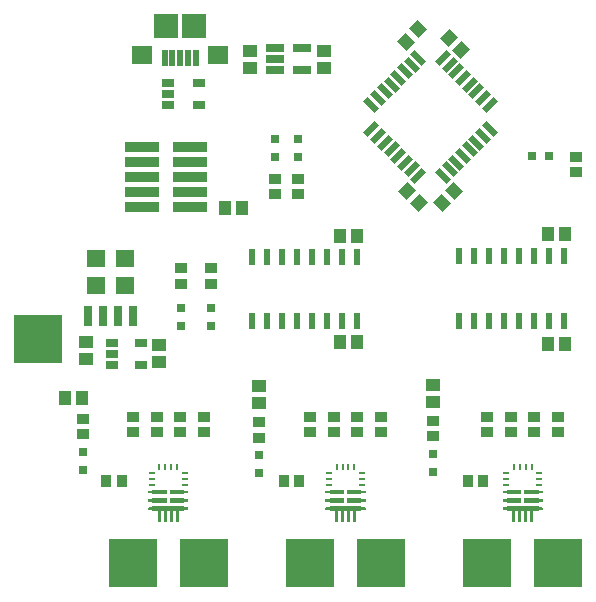
<source format=gbr>
%TF.GenerationSoftware,Altium Limited,Altium Designer,22.11.1 (43)*%
G04 Layer_Color=8421504*
%FSLAX45Y45*%
%MOMM*%
%TF.SameCoordinates,CBCE8219-7A10-402B-9DFD-5551BF8408A2*%
%TF.FilePolarity,Positive*%
%TF.FileFunction,Paste,Top*%
%TF.Part,Single*%
G01*
G75*
%TA.AperFunction,SMDPad,CuDef*%
%ADD11R,0.53260X1.45610*%
%ADD15R,0.80000X0.80000*%
%TA.AperFunction,SMDPad,SMDef*%
%ADD20R,0.60000X0.25000*%
%ADD24R,0.25000X0.60000*%
%TA.AperFunction,SMDPad,CuDef*%
%ADD29R,0.80000X0.80000*%
G04:AMPARAMS|DCode=32|XSize=0.5008mm|YSize=1.3589mm|CornerRadius=0mm|HoleSize=0mm|Usage=FLASHONLY|Rotation=45.000|XOffset=0mm|YOffset=0mm|HoleType=Round|Shape=Rectangle|*
%AMROTATEDRECTD32*
4,1,4,0.30338,-0.65750,-0.65750,0.30338,-0.30338,0.65750,0.65750,-0.30338,0.30338,-0.65750,0.0*
%
%ADD32ROTATEDRECTD32*%

G04:AMPARAMS|DCode=33|XSize=0.5008mm|YSize=1.3589mm|CornerRadius=0mm|HoleSize=0mm|Usage=FLASHONLY|Rotation=315.000|XOffset=0mm|YOffset=0mm|HoleType=Round|Shape=Rectangle|*
%AMROTATEDRECTD33*
4,1,4,-0.65750,-0.30338,0.30338,0.65750,0.65750,0.30338,-0.30338,-0.65750,-0.65750,-0.30338,0.0*
%
%ADD33ROTATEDRECTD33*%

%ADD60R,1.15000X1.05000*%
%ADD61R,1.10000X0.80000*%
%ADD63R,1.05000X0.90000*%
%ADD64R,1.05000X1.15000*%
%ADD65R,0.90000X1.05000*%
%ADD66R,0.70000X1.72000*%
%ADD67R,1.52000X0.68000*%
G04:AMPARAMS|DCode=68|XSize=1.15mm|YSize=1.05mm|CornerRadius=0mm|HoleSize=0mm|Usage=FLASHONLY|Rotation=45.000|XOffset=0mm|YOffset=0mm|HoleType=Round|Shape=Rectangle|*
%AMROTATEDRECTD68*
4,1,4,-0.03535,-0.77782,-0.77782,-0.03535,0.03535,0.77782,0.77782,0.03535,-0.03535,-0.77782,0.0*
%
%ADD68ROTATEDRECTD68*%

G04:AMPARAMS|DCode=69|XSize=1.15mm|YSize=1.05mm|CornerRadius=0mm|HoleSize=0mm|Usage=FLASHONLY|Rotation=315.000|XOffset=0mm|YOffset=0mm|HoleType=Round|Shape=Rectangle|*
%AMROTATEDRECTD69*
4,1,4,-0.77782,0.03535,-0.03535,0.77782,0.77782,-0.03535,0.03535,-0.77782,-0.77782,0.03535,0.0*
%
%ADD69ROTATEDRECTD69*%

%ADD71R,1.10000X0.70000*%
%ADD72R,2.00000X2.00000*%
%TA.AperFunction,ConnectorPad*%
%ADD73R,1.70000X1.50000*%
%ADD74R,0.50000X1.45000*%
%TA.AperFunction,SMDPad,CuDef*%
%ADD78R,4.10000X4.10000*%
%ADD79R,2.89400X0.83660*%
G36*
X1107000Y2813000D02*
X953000D01*
Y2956000D01*
X1107000D01*
Y2813000D01*
D02*
G37*
G36*
X867000D02*
X713000D01*
Y2956000D01*
X867000D01*
Y2813000D01*
D02*
G37*
G36*
X1107000Y2584000D02*
X953000D01*
Y2727000D01*
X1107000D01*
Y2584000D01*
D02*
G37*
G36*
X867000D02*
X713000D01*
Y2727000D01*
X867000D01*
Y2584000D01*
D02*
G37*
G36*
X1535000Y917503D02*
X1565000D01*
X1570000Y912503D01*
Y897503D01*
X1565000Y892503D01*
X1535000D01*
Y885003D01*
X1417500Y885003D01*
X1412500Y890003D01*
X1412500Y920003D01*
X1417500Y925003D01*
X1535000D01*
Y917503D01*
D02*
G37*
G36*
X1387500Y920000D02*
X1387500Y890000D01*
X1382500Y885000D01*
X1265000D01*
Y892500D01*
X1235000Y892500D01*
X1230000Y897500D01*
Y912500D01*
X1235000Y917500D01*
X1265000Y917500D01*
Y925000D01*
X1382500D01*
X1387500Y920000D01*
D02*
G37*
G36*
X1535000Y847501D02*
X1565000D01*
X1570000Y842501D01*
Y827502D01*
X1565000Y822502D01*
X1535000Y822502D01*
Y815002D01*
X1417500D01*
X1412500Y820002D01*
X1412500Y850002D01*
X1417500Y855002D01*
X1535000D01*
Y847501D01*
D02*
G37*
G36*
X1387502Y849998D02*
X1387502Y819998D01*
X1382502Y814998D01*
X1265002D01*
Y822498D01*
X1235002D01*
X1230002Y827498D01*
Y842498D01*
X1235002Y847498D01*
X1265002Y847498D01*
Y854998D01*
X1382502D01*
X1387502Y849998D01*
D02*
G37*
G36*
X1535000Y777500D02*
X1565000Y777500D01*
X1570000Y772500D01*
Y757500D01*
X1565000Y752500D01*
X1535000D01*
Y745000D01*
X1487500D01*
Y660000D01*
X1482500Y655000D01*
X1467500D01*
X1462500Y660000D01*
Y745000D01*
X1437500D01*
Y660000D01*
X1432500Y655000D01*
X1417500D01*
X1412500Y660000D01*
Y745000D01*
X1387500D01*
Y660000D01*
X1382500Y655000D01*
X1367500D01*
X1362500Y660000D01*
Y745000D01*
X1337500D01*
Y660000D01*
X1332500Y655000D01*
X1317500D01*
X1312500Y660000D01*
Y745000D01*
X1265000D01*
Y752500D01*
X1235000D01*
X1230000Y757500D01*
Y772500D01*
X1235000Y777500D01*
X1265000D01*
Y785000D01*
X1535000D01*
Y777500D01*
D02*
G37*
G36*
X3035000Y917503D02*
X3065000D01*
X3070000Y912503D01*
Y897503D01*
X3065000Y892503D01*
X3035000D01*
Y885003D01*
X2917500Y885003D01*
X2912500Y890003D01*
X2912500Y920003D01*
X2917500Y925003D01*
X3035000D01*
Y917503D01*
D02*
G37*
G36*
X2887500Y920000D02*
X2887500Y890000D01*
X2882500Y885000D01*
X2765000D01*
Y892500D01*
X2735000Y892500D01*
X2730000Y897500D01*
Y912500D01*
X2735000Y917500D01*
X2765000Y917500D01*
Y925000D01*
X2882500D01*
X2887500Y920000D01*
D02*
G37*
G36*
X3035000Y847501D02*
X3065000D01*
X3070000Y842501D01*
Y827502D01*
X3065000Y822502D01*
X3035000Y822502D01*
Y815002D01*
X2917500D01*
X2912500Y820002D01*
X2912500Y850002D01*
X2917500Y855002D01*
X3035000D01*
Y847501D01*
D02*
G37*
G36*
X2887502Y849998D02*
X2887502Y819998D01*
X2882502Y814998D01*
X2765002D01*
Y822498D01*
X2735002D01*
X2730002Y827498D01*
Y842498D01*
X2735002Y847498D01*
X2765002Y847498D01*
Y854998D01*
X2882502D01*
X2887502Y849998D01*
D02*
G37*
G36*
X3035000Y777500D02*
X3065000Y777500D01*
X3070000Y772500D01*
Y757500D01*
X3065000Y752500D01*
X3035000D01*
Y745000D01*
X2987500D01*
Y660000D01*
X2982500Y655000D01*
X2967500D01*
X2962500Y660000D01*
Y745000D01*
X2937500D01*
Y660000D01*
X2932500Y655000D01*
X2917500D01*
X2912500Y660000D01*
Y745000D01*
X2887500D01*
Y660000D01*
X2882500Y655000D01*
X2867500D01*
X2862500Y660000D01*
Y745000D01*
X2837500D01*
Y660000D01*
X2832500Y655000D01*
X2817500D01*
X2812500Y660000D01*
Y745000D01*
X2765000D01*
Y752500D01*
X2735000D01*
X2730000Y757500D01*
Y772500D01*
X2735000Y777500D01*
X2765000D01*
Y785000D01*
X3035000D01*
Y777500D01*
D02*
G37*
G36*
X4535000Y917503D02*
X4565000D01*
X4570000Y912503D01*
Y897503D01*
X4565000Y892503D01*
X4535000D01*
Y885003D01*
X4417500Y885003D01*
X4412500Y890003D01*
X4412500Y920003D01*
X4417500Y925003D01*
X4535000D01*
Y917503D01*
D02*
G37*
G36*
X4387500Y920000D02*
X4387500Y890000D01*
X4382500Y885000D01*
X4265000D01*
Y892500D01*
X4235000Y892500D01*
X4230000Y897500D01*
Y912500D01*
X4235000Y917500D01*
X4265000Y917500D01*
Y925000D01*
X4382500D01*
X4387500Y920000D01*
D02*
G37*
G36*
X4535000Y847501D02*
X4565000D01*
X4570000Y842501D01*
Y827502D01*
X4565000Y822502D01*
X4535000Y822502D01*
Y815002D01*
X4417500D01*
X4412500Y820002D01*
X4412500Y850002D01*
X4417500Y855002D01*
X4535000D01*
Y847501D01*
D02*
G37*
G36*
X4387503Y849998D02*
X4387502Y819998D01*
X4382503Y814998D01*
X4265002D01*
Y822498D01*
X4235002D01*
X4230002Y827498D01*
Y842498D01*
X4235002Y847498D01*
X4265002Y847498D01*
Y854998D01*
X4382502D01*
X4387503Y849998D01*
D02*
G37*
G36*
X4535000Y777500D02*
X4565000Y777500D01*
X4570000Y772500D01*
Y757500D01*
X4565000Y752500D01*
X4535000D01*
Y745000D01*
X4487500D01*
Y660000D01*
X4482500Y655000D01*
X4467500D01*
X4462500Y660000D01*
Y745000D01*
X4437500D01*
Y660000D01*
X4432500Y655000D01*
X4417500D01*
X4412500Y660000D01*
Y745000D01*
X4387500D01*
Y660000D01*
X4382500Y655000D01*
X4367500D01*
X4362500Y660000D01*
Y745000D01*
X4337500D01*
Y660000D01*
X4332500Y655000D01*
X4317500D01*
X4312500Y660000D01*
Y745000D01*
X4265000D01*
Y752500D01*
X4235000D01*
X4230000Y757500D01*
Y772500D01*
X4235000Y777500D01*
X4265000D01*
Y785000D01*
X4535000D01*
Y777500D01*
D02*
G37*
D11*
X4754000Y2900000D02*
D03*
X4627000D02*
D03*
X4500000D02*
D03*
X4373000D02*
D03*
X4246000D02*
D03*
X4119000D02*
D03*
X3992000D02*
D03*
X3865000D02*
D03*
Y2355610D02*
D03*
X3992000D02*
D03*
X4119000D02*
D03*
X4246000D02*
D03*
X4373000D02*
D03*
X4500000D02*
D03*
X4627000D02*
D03*
X4754000D02*
D03*
X2994500Y2352805D02*
D03*
X2867500D02*
D03*
X2740500D02*
D03*
X2613500D02*
D03*
X2486500D02*
D03*
X2359500D02*
D03*
X2232500D02*
D03*
X2105500D02*
D03*
Y2897195D02*
D03*
X2232500D02*
D03*
X2359500D02*
D03*
X2486500D02*
D03*
X2613500D02*
D03*
X2740500D02*
D03*
X2867500D02*
D03*
X2994500D02*
D03*
D15*
X2300000Y3745000D02*
D03*
Y3895000D02*
D03*
X2500000Y3745000D02*
D03*
Y3895000D02*
D03*
X3640000Y1075000D02*
D03*
Y1225000D02*
D03*
X2170000Y1065000D02*
D03*
Y1215000D02*
D03*
X680000Y1090000D02*
D03*
Y1240000D02*
D03*
X1510000Y2310000D02*
D03*
Y2460000D02*
D03*
X1760000Y2310000D02*
D03*
Y2460000D02*
D03*
D20*
X4260000Y1062500D02*
D03*
Y1012500D02*
D03*
Y962500D02*
D03*
X4540000D02*
D03*
Y1012500D02*
D03*
Y1062500D02*
D03*
X2760000D02*
D03*
Y1012500D02*
D03*
Y962500D02*
D03*
X3040000D02*
D03*
Y1012500D02*
D03*
Y1062500D02*
D03*
X1260000D02*
D03*
Y1012500D02*
D03*
Y962500D02*
D03*
X1540000D02*
D03*
Y1012500D02*
D03*
Y1062500D02*
D03*
D24*
X4475000Y1115000D02*
D03*
X4425000D02*
D03*
X4375000D02*
D03*
X4325000D02*
D03*
X2975000D02*
D03*
X2925000D02*
D03*
X2875000D02*
D03*
X2825000D02*
D03*
X1475000D02*
D03*
X1425000D02*
D03*
X1375000D02*
D03*
X1325000D02*
D03*
D29*
X4475000Y3750000D02*
D03*
X4625000D02*
D03*
D32*
X3724196Y3579824D02*
D03*
X3780764Y3636393D02*
D03*
X3837333Y3692962D02*
D03*
X3893901Y3749530D02*
D03*
X3950470Y3806099D02*
D03*
X4007038Y3862667D02*
D03*
X4063607Y3919235D02*
D03*
X4120175Y3975804D02*
D03*
X3515804Y4580175D02*
D03*
X3459236Y4523607D02*
D03*
X3402667Y4467038D02*
D03*
X3346098Y4410470D02*
D03*
X3289530Y4353901D02*
D03*
X3232962Y4297333D02*
D03*
X3176393Y4240764D02*
D03*
X3119824Y4184196D02*
D03*
D33*
X4120175D02*
D03*
X4063607Y4240764D02*
D03*
X4007038Y4297333D02*
D03*
X3950470Y4353901D02*
D03*
X3893901Y4410470D02*
D03*
X3837333Y4467038D02*
D03*
X3780764Y4523607D02*
D03*
X3724196Y4580175D02*
D03*
X3119824Y3975804D02*
D03*
X3176393Y3919236D02*
D03*
X3232962Y3862667D02*
D03*
X3289530Y3806099D02*
D03*
X3346098Y3749530D02*
D03*
X3402667Y3692962D02*
D03*
X3459235Y3636393D02*
D03*
X3515804Y3579824D02*
D03*
D60*
X1325000Y2147500D02*
D03*
Y2002500D02*
D03*
X3640000Y1667500D02*
D03*
Y1812500D02*
D03*
X2170000Y1657500D02*
D03*
Y1802500D02*
D03*
X700000Y2027500D02*
D03*
Y2172500D02*
D03*
X2720000Y4497500D02*
D03*
Y4642500D02*
D03*
X2090000Y4497500D02*
D03*
Y4642500D02*
D03*
D61*
X1165000Y2170000D02*
D03*
Y1980000D02*
D03*
X925000D02*
D03*
Y2075000D02*
D03*
Y2170000D02*
D03*
D63*
X2300000Y3555000D02*
D03*
Y3425000D02*
D03*
X2500000Y3555000D02*
D03*
Y3425000D02*
D03*
X3640000Y1505000D02*
D03*
Y1375000D02*
D03*
X2170000Y1495000D02*
D03*
Y1365000D02*
D03*
X680000Y1525000D02*
D03*
Y1395000D02*
D03*
X4100000Y1540000D02*
D03*
Y1410000D02*
D03*
X4300000Y1540000D02*
D03*
Y1410000D02*
D03*
X4500000Y1540000D02*
D03*
Y1410000D02*
D03*
X4700000Y1540000D02*
D03*
Y1410000D02*
D03*
X1100000Y1540000D02*
D03*
Y1410000D02*
D03*
X1300000Y1540000D02*
D03*
Y1410000D02*
D03*
X1500000Y1540000D02*
D03*
Y1410000D02*
D03*
X1700000Y1540000D02*
D03*
Y1410000D02*
D03*
X2600000Y1540000D02*
D03*
Y1410000D02*
D03*
X2800000Y1540000D02*
D03*
Y1410000D02*
D03*
X3000000Y1540000D02*
D03*
Y1410000D02*
D03*
X3200000Y1540000D02*
D03*
Y1410000D02*
D03*
X1510000Y2800000D02*
D03*
Y2670000D02*
D03*
X1760000Y2800000D02*
D03*
Y2670000D02*
D03*
X4850000Y3610000D02*
D03*
Y3740000D02*
D03*
D64*
X672500Y1700000D02*
D03*
X527500D02*
D03*
X2022500Y3310000D02*
D03*
X1877500D02*
D03*
X2852500Y2175000D02*
D03*
X2997500D02*
D03*
X4617500Y2160000D02*
D03*
X4762500D02*
D03*
X2852500Y3075000D02*
D03*
X2997500D02*
D03*
X4617500Y3090000D02*
D03*
X4762500D02*
D03*
D65*
X4065000Y1000000D02*
D03*
X3935000D02*
D03*
X1005000D02*
D03*
X875000D02*
D03*
X2505000D02*
D03*
X2375000D02*
D03*
D66*
X719500Y2399000D02*
D03*
X846500D02*
D03*
X973500D02*
D03*
X1100500D02*
D03*
D67*
X2305500Y4665000D02*
D03*
Y4570000D02*
D03*
Y4475000D02*
D03*
X2534500D02*
D03*
Y4665000D02*
D03*
D68*
X3778734Y4751265D02*
D03*
X3881265Y4648735D02*
D03*
X3418735Y3451265D02*
D03*
X3521265Y3348735D02*
D03*
D69*
X3511265Y4821265D02*
D03*
X3408734Y4718735D02*
D03*
X3718734Y3348735D02*
D03*
X3821265Y3451265D02*
D03*
D71*
X1400000Y4180000D02*
D03*
Y4275000D02*
D03*
Y4370000D02*
D03*
X1660000Y4180000D02*
D03*
Y4370000D02*
D03*
D72*
X1380000Y4850000D02*
D03*
X1620000D02*
D03*
D73*
X1180000Y4605000D02*
D03*
X1820000D02*
D03*
D74*
X1370000Y4582500D02*
D03*
X1435000D02*
D03*
X1500000D02*
D03*
X1565000D02*
D03*
X1630000D02*
D03*
D78*
X1100000Y300000D02*
D03*
X1700000D02*
D03*
X2600000D02*
D03*
X3200000D02*
D03*
X4700000D02*
D03*
X4100000D02*
D03*
X300000Y2200000D02*
D03*
D79*
X1581400Y3317000D02*
D03*
X1175000D02*
D03*
X1581400Y3444000D02*
D03*
X1175000D02*
D03*
X1581400Y3571000D02*
D03*
X1175000D02*
D03*
X1581400Y3698000D02*
D03*
X1175000D02*
D03*
X1581400Y3825000D02*
D03*
X1175000D02*
D03*
%TF.MD5,20376d0138c9ba426ddba9a095b5a878*%
M02*

</source>
